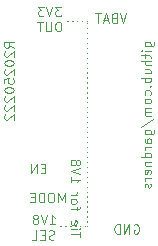
<source format=gbo>
G04 #@! TF.GenerationSoftware,KiCad,Pcbnew,9.0.1+1*
G04 #@! TF.CreationDate,2025-11-11T14:39:50+00:00*
G04 #@! TF.ProjectId,megaphone-low-current-dc-dc-converter,6d656761-7068-46f6-9e65-2d6c6f772d63,0.2*
G04 #@! TF.SameCoordinates,Original*
G04 #@! TF.FileFunction,Legend,Bot*
G04 #@! TF.FilePolarity,Positive*
%FSLAX46Y46*%
G04 Gerber Fmt 4.6, Leading zero omitted, Abs format (unit mm)*
G04 Created by KiCad (PCBNEW 9.0.1+1) date 2025-11-11 14:39:50*
%MOMM*%
%LPD*%
G01*
G04 APERTURE LIST*
%ADD10C,0.100000*%
%ADD11R,2.540000X2.000000*%
G04 APERTURE END LIST*
D10*
X118491000Y-84328000D02*
X118511000Y-84328000D01*
X118911000Y-84328000D02*
X118931000Y-84328000D01*
X119331000Y-84328000D02*
X119351000Y-84328000D01*
X119751000Y-84328000D02*
X119771000Y-84328000D01*
X120171000Y-84328000D02*
X120191000Y-84328000D01*
X120591000Y-84328000D02*
X120611000Y-84328000D01*
X120777000Y-84328000D02*
X120777000Y-84308000D01*
X120777000Y-83908000D02*
X120777000Y-83888000D01*
X120777000Y-83488000D02*
X120777000Y-83468000D01*
X120777000Y-83068000D02*
X120777000Y-83048000D01*
X120777000Y-82648000D02*
X120777000Y-82628000D01*
X120777000Y-82228000D02*
X120777000Y-82208000D01*
X120777000Y-81808000D02*
X120777000Y-81788000D01*
X120777000Y-81388000D02*
X120777000Y-81368000D01*
X120777000Y-80968000D02*
X120777000Y-80948000D01*
X120777000Y-80548000D02*
X120777000Y-80528000D01*
X120777000Y-80128000D02*
X120777000Y-80108000D01*
X120777000Y-79708000D02*
X120777000Y-79688000D01*
X120777000Y-79288000D02*
X120777000Y-79268000D01*
X120777000Y-78868000D02*
X120777000Y-78848000D01*
X120777000Y-78448000D02*
X120777000Y-78428000D01*
X120777000Y-78028000D02*
X120777000Y-78008000D01*
X120777000Y-77608000D02*
X120777000Y-77588000D01*
X120777000Y-77188000D02*
X120777000Y-77168000D01*
X120777000Y-76768000D02*
X120777000Y-76748000D01*
X120777000Y-76348000D02*
X120777000Y-76328000D01*
X120777000Y-75928000D02*
X120777000Y-75908000D01*
X120777000Y-75508000D02*
X120777000Y-75488000D01*
X120777000Y-75088000D02*
X120777000Y-75068000D01*
X120777000Y-74668000D02*
X120777000Y-74648000D01*
X120777000Y-74248000D02*
X120777000Y-74228000D01*
X120777000Y-73828000D02*
X120777000Y-73808000D01*
X120777000Y-73408000D02*
X120777000Y-73388000D01*
X120777000Y-72988000D02*
X120777000Y-72968000D01*
X120777000Y-72568000D02*
X120777000Y-72548000D01*
X120777000Y-72148000D02*
X120777000Y-72128000D01*
X120777000Y-71728000D02*
X120777000Y-71708000D01*
X120777000Y-71308000D02*
X120777000Y-71288000D01*
X120777000Y-70888000D02*
X120777000Y-70868000D01*
X120777000Y-70468000D02*
X120777000Y-70448000D01*
X120777000Y-70048000D02*
X120777000Y-70028000D01*
X120777000Y-69628000D02*
X120777000Y-69608000D01*
X120777000Y-69208000D02*
X120777000Y-69188000D01*
X120777000Y-68788000D02*
X120777000Y-68768000D01*
X120777000Y-68368000D02*
X120777000Y-68348000D01*
X120777000Y-67948000D02*
X120777000Y-67928000D01*
X120777000Y-67528000D02*
X120777000Y-67508000D01*
X120777000Y-67108000D02*
X120777000Y-67088000D01*
X120777000Y-66929000D02*
X120757000Y-66929000D01*
X120357000Y-66929000D02*
X120337000Y-66929000D01*
X119937000Y-66929000D02*
X119917000Y-66929000D01*
X119517000Y-66929000D02*
X119497000Y-66929000D01*
X119097000Y-66929000D02*
X119077000Y-66929000D01*
X124080950Y-66290695D02*
X123814283Y-67090695D01*
X123814283Y-67090695D02*
X123547617Y-66290695D01*
X123014284Y-66671647D02*
X122899998Y-66709742D01*
X122899998Y-66709742D02*
X122861903Y-66747838D01*
X122861903Y-66747838D02*
X122823807Y-66824028D01*
X122823807Y-66824028D02*
X122823807Y-66938314D01*
X122823807Y-66938314D02*
X122861903Y-67014504D01*
X122861903Y-67014504D02*
X122899998Y-67052600D01*
X122899998Y-67052600D02*
X122976188Y-67090695D01*
X122976188Y-67090695D02*
X123280950Y-67090695D01*
X123280950Y-67090695D02*
X123280950Y-66290695D01*
X123280950Y-66290695D02*
X123014284Y-66290695D01*
X123014284Y-66290695D02*
X122938093Y-66328790D01*
X122938093Y-66328790D02*
X122899998Y-66366885D01*
X122899998Y-66366885D02*
X122861903Y-66443076D01*
X122861903Y-66443076D02*
X122861903Y-66519266D01*
X122861903Y-66519266D02*
X122899998Y-66595457D01*
X122899998Y-66595457D02*
X122938093Y-66633552D01*
X122938093Y-66633552D02*
X123014284Y-66671647D01*
X123014284Y-66671647D02*
X123280950Y-66671647D01*
X122519046Y-66862123D02*
X122138093Y-66862123D01*
X122595236Y-67090695D02*
X122328569Y-66290695D01*
X122328569Y-66290695D02*
X122061903Y-67090695D01*
X121909522Y-66290695D02*
X121452379Y-66290695D01*
X121680951Y-67090695D02*
X121680951Y-66290695D01*
X117590789Y-84145918D02*
X118047932Y-84145918D01*
X117819360Y-84145918D02*
X117819360Y-83345918D01*
X117819360Y-83345918D02*
X117895551Y-83460203D01*
X117895551Y-83460203D02*
X117971741Y-83536394D01*
X117971741Y-83536394D02*
X118047932Y-83574489D01*
X117362217Y-83345918D02*
X117095550Y-84145918D01*
X117095550Y-84145918D02*
X116828884Y-83345918D01*
X116447932Y-83688775D02*
X116524122Y-83650680D01*
X116524122Y-83650680D02*
X116562217Y-83612584D01*
X116562217Y-83612584D02*
X116600313Y-83536394D01*
X116600313Y-83536394D02*
X116600313Y-83498299D01*
X116600313Y-83498299D02*
X116562217Y-83422108D01*
X116562217Y-83422108D02*
X116524122Y-83384013D01*
X116524122Y-83384013D02*
X116447932Y-83345918D01*
X116447932Y-83345918D02*
X116295551Y-83345918D01*
X116295551Y-83345918D02*
X116219360Y-83384013D01*
X116219360Y-83384013D02*
X116181265Y-83422108D01*
X116181265Y-83422108D02*
X116143170Y-83498299D01*
X116143170Y-83498299D02*
X116143170Y-83536394D01*
X116143170Y-83536394D02*
X116181265Y-83612584D01*
X116181265Y-83612584D02*
X116219360Y-83650680D01*
X116219360Y-83650680D02*
X116295551Y-83688775D01*
X116295551Y-83688775D02*
X116447932Y-83688775D01*
X116447932Y-83688775D02*
X116524122Y-83726870D01*
X116524122Y-83726870D02*
X116562217Y-83764965D01*
X116562217Y-83764965D02*
X116600313Y-83841156D01*
X116600313Y-83841156D02*
X116600313Y-83993537D01*
X116600313Y-83993537D02*
X116562217Y-84069727D01*
X116562217Y-84069727D02*
X116524122Y-84107823D01*
X116524122Y-84107823D02*
X116447932Y-84145918D01*
X116447932Y-84145918D02*
X116295551Y-84145918D01*
X116295551Y-84145918D02*
X116219360Y-84107823D01*
X116219360Y-84107823D02*
X116181265Y-84069727D01*
X116181265Y-84069727D02*
X116143170Y-83993537D01*
X116143170Y-83993537D02*
X116143170Y-83841156D01*
X116143170Y-83841156D02*
X116181265Y-83764965D01*
X116181265Y-83764965D02*
X116219360Y-83726870D01*
X116219360Y-83726870D02*
X116295551Y-83688775D01*
X117971742Y-85395778D02*
X117857456Y-85433873D01*
X117857456Y-85433873D02*
X117666980Y-85433873D01*
X117666980Y-85433873D02*
X117590789Y-85395778D01*
X117590789Y-85395778D02*
X117552694Y-85357682D01*
X117552694Y-85357682D02*
X117514599Y-85281492D01*
X117514599Y-85281492D02*
X117514599Y-85205301D01*
X117514599Y-85205301D02*
X117552694Y-85129111D01*
X117552694Y-85129111D02*
X117590789Y-85091016D01*
X117590789Y-85091016D02*
X117666980Y-85052920D01*
X117666980Y-85052920D02*
X117819361Y-85014825D01*
X117819361Y-85014825D02*
X117895551Y-84976730D01*
X117895551Y-84976730D02*
X117933646Y-84938635D01*
X117933646Y-84938635D02*
X117971742Y-84862444D01*
X117971742Y-84862444D02*
X117971742Y-84786254D01*
X117971742Y-84786254D02*
X117933646Y-84710063D01*
X117933646Y-84710063D02*
X117895551Y-84671968D01*
X117895551Y-84671968D02*
X117819361Y-84633873D01*
X117819361Y-84633873D02*
X117628884Y-84633873D01*
X117628884Y-84633873D02*
X117514599Y-84671968D01*
X117171741Y-85014825D02*
X116905075Y-85014825D01*
X116790789Y-85433873D02*
X117171741Y-85433873D01*
X117171741Y-85433873D02*
X117171741Y-84633873D01*
X117171741Y-84633873D02*
X116790789Y-84633873D01*
X116066979Y-85433873D02*
X116447931Y-85433873D01*
X116447931Y-85433873D02*
X116447931Y-84633873D01*
X124719360Y-84177990D02*
X124795550Y-84139895D01*
X124795550Y-84139895D02*
X124909836Y-84139895D01*
X124909836Y-84139895D02*
X125024122Y-84177990D01*
X125024122Y-84177990D02*
X125100312Y-84254180D01*
X125100312Y-84254180D02*
X125138407Y-84330371D01*
X125138407Y-84330371D02*
X125176503Y-84482752D01*
X125176503Y-84482752D02*
X125176503Y-84597038D01*
X125176503Y-84597038D02*
X125138407Y-84749419D01*
X125138407Y-84749419D02*
X125100312Y-84825609D01*
X125100312Y-84825609D02*
X125024122Y-84901800D01*
X125024122Y-84901800D02*
X124909836Y-84939895D01*
X124909836Y-84939895D02*
X124833645Y-84939895D01*
X124833645Y-84939895D02*
X124719360Y-84901800D01*
X124719360Y-84901800D02*
X124681264Y-84863704D01*
X124681264Y-84863704D02*
X124681264Y-84597038D01*
X124681264Y-84597038D02*
X124833645Y-84597038D01*
X124338407Y-84939895D02*
X124338407Y-84139895D01*
X124338407Y-84139895D02*
X123881264Y-84939895D01*
X123881264Y-84939895D02*
X123881264Y-84139895D01*
X123500312Y-84939895D02*
X123500312Y-84139895D01*
X123500312Y-84139895D02*
X123309836Y-84139895D01*
X123309836Y-84139895D02*
X123195550Y-84177990D01*
X123195550Y-84177990D02*
X123119360Y-84254180D01*
X123119360Y-84254180D02*
X123081265Y-84330371D01*
X123081265Y-84330371D02*
X123043169Y-84482752D01*
X123043169Y-84482752D02*
X123043169Y-84597038D01*
X123043169Y-84597038D02*
X123081265Y-84749419D01*
X123081265Y-84749419D02*
X123119360Y-84825609D01*
X123119360Y-84825609D02*
X123195550Y-84901800D01*
X123195550Y-84901800D02*
X123309836Y-84939895D01*
X123309836Y-84939895D02*
X123500312Y-84939895D01*
X114546895Y-69188408D02*
X114165942Y-68921741D01*
X114546895Y-68731265D02*
X113746895Y-68731265D01*
X113746895Y-68731265D02*
X113746895Y-69036027D01*
X113746895Y-69036027D02*
X113784990Y-69112217D01*
X113784990Y-69112217D02*
X113823085Y-69150312D01*
X113823085Y-69150312D02*
X113899276Y-69188408D01*
X113899276Y-69188408D02*
X114013561Y-69188408D01*
X114013561Y-69188408D02*
X114089752Y-69150312D01*
X114089752Y-69150312D02*
X114127847Y-69112217D01*
X114127847Y-69112217D02*
X114165942Y-69036027D01*
X114165942Y-69036027D02*
X114165942Y-68731265D01*
X113823085Y-69493169D02*
X113784990Y-69531265D01*
X113784990Y-69531265D02*
X113746895Y-69607455D01*
X113746895Y-69607455D02*
X113746895Y-69797931D01*
X113746895Y-69797931D02*
X113784990Y-69874122D01*
X113784990Y-69874122D02*
X113823085Y-69912217D01*
X113823085Y-69912217D02*
X113899276Y-69950312D01*
X113899276Y-69950312D02*
X113975466Y-69950312D01*
X113975466Y-69950312D02*
X114089752Y-69912217D01*
X114089752Y-69912217D02*
X114546895Y-69455074D01*
X114546895Y-69455074D02*
X114546895Y-69950312D01*
X113746895Y-70445551D02*
X113746895Y-70521741D01*
X113746895Y-70521741D02*
X113784990Y-70597932D01*
X113784990Y-70597932D02*
X113823085Y-70636027D01*
X113823085Y-70636027D02*
X113899276Y-70674122D01*
X113899276Y-70674122D02*
X114051657Y-70712217D01*
X114051657Y-70712217D02*
X114242133Y-70712217D01*
X114242133Y-70712217D02*
X114394514Y-70674122D01*
X114394514Y-70674122D02*
X114470704Y-70636027D01*
X114470704Y-70636027D02*
X114508800Y-70597932D01*
X114508800Y-70597932D02*
X114546895Y-70521741D01*
X114546895Y-70521741D02*
X114546895Y-70445551D01*
X114546895Y-70445551D02*
X114508800Y-70369360D01*
X114508800Y-70369360D02*
X114470704Y-70331265D01*
X114470704Y-70331265D02*
X114394514Y-70293170D01*
X114394514Y-70293170D02*
X114242133Y-70255074D01*
X114242133Y-70255074D02*
X114051657Y-70255074D01*
X114051657Y-70255074D02*
X113899276Y-70293170D01*
X113899276Y-70293170D02*
X113823085Y-70331265D01*
X113823085Y-70331265D02*
X113784990Y-70369360D01*
X113784990Y-70369360D02*
X113746895Y-70445551D01*
X113823085Y-71016979D02*
X113784990Y-71055075D01*
X113784990Y-71055075D02*
X113746895Y-71131265D01*
X113746895Y-71131265D02*
X113746895Y-71321741D01*
X113746895Y-71321741D02*
X113784990Y-71397932D01*
X113784990Y-71397932D02*
X113823085Y-71436027D01*
X113823085Y-71436027D02*
X113899276Y-71474122D01*
X113899276Y-71474122D02*
X113975466Y-71474122D01*
X113975466Y-71474122D02*
X114089752Y-71436027D01*
X114089752Y-71436027D02*
X114546895Y-70978884D01*
X114546895Y-70978884D02*
X114546895Y-71474122D01*
X113746895Y-72197932D02*
X113746895Y-71816980D01*
X113746895Y-71816980D02*
X114127847Y-71778884D01*
X114127847Y-71778884D02*
X114089752Y-71816980D01*
X114089752Y-71816980D02*
X114051657Y-71893170D01*
X114051657Y-71893170D02*
X114051657Y-72083646D01*
X114051657Y-72083646D02*
X114089752Y-72159837D01*
X114089752Y-72159837D02*
X114127847Y-72197932D01*
X114127847Y-72197932D02*
X114204038Y-72236027D01*
X114204038Y-72236027D02*
X114394514Y-72236027D01*
X114394514Y-72236027D02*
X114470704Y-72197932D01*
X114470704Y-72197932D02*
X114508800Y-72159837D01*
X114508800Y-72159837D02*
X114546895Y-72083646D01*
X114546895Y-72083646D02*
X114546895Y-71893170D01*
X114546895Y-71893170D02*
X114508800Y-71816980D01*
X114508800Y-71816980D02*
X114470704Y-71778884D01*
X113746895Y-72731266D02*
X113746895Y-72807456D01*
X113746895Y-72807456D02*
X113784990Y-72883647D01*
X113784990Y-72883647D02*
X113823085Y-72921742D01*
X113823085Y-72921742D02*
X113899276Y-72959837D01*
X113899276Y-72959837D02*
X114051657Y-72997932D01*
X114051657Y-72997932D02*
X114242133Y-72997932D01*
X114242133Y-72997932D02*
X114394514Y-72959837D01*
X114394514Y-72959837D02*
X114470704Y-72921742D01*
X114470704Y-72921742D02*
X114508800Y-72883647D01*
X114508800Y-72883647D02*
X114546895Y-72807456D01*
X114546895Y-72807456D02*
X114546895Y-72731266D01*
X114546895Y-72731266D02*
X114508800Y-72655075D01*
X114508800Y-72655075D02*
X114470704Y-72616980D01*
X114470704Y-72616980D02*
X114394514Y-72578885D01*
X114394514Y-72578885D02*
X114242133Y-72540789D01*
X114242133Y-72540789D02*
X114051657Y-72540789D01*
X114051657Y-72540789D02*
X113899276Y-72578885D01*
X113899276Y-72578885D02*
X113823085Y-72616980D01*
X113823085Y-72616980D02*
X113784990Y-72655075D01*
X113784990Y-72655075D02*
X113746895Y-72731266D01*
X113823085Y-73302694D02*
X113784990Y-73340790D01*
X113784990Y-73340790D02*
X113746895Y-73416980D01*
X113746895Y-73416980D02*
X113746895Y-73607456D01*
X113746895Y-73607456D02*
X113784990Y-73683647D01*
X113784990Y-73683647D02*
X113823085Y-73721742D01*
X113823085Y-73721742D02*
X113899276Y-73759837D01*
X113899276Y-73759837D02*
X113975466Y-73759837D01*
X113975466Y-73759837D02*
X114089752Y-73721742D01*
X114089752Y-73721742D02*
X114546895Y-73264599D01*
X114546895Y-73264599D02*
X114546895Y-73759837D01*
X113823085Y-74064599D02*
X113784990Y-74102695D01*
X113784990Y-74102695D02*
X113746895Y-74178885D01*
X113746895Y-74178885D02*
X113746895Y-74369361D01*
X113746895Y-74369361D02*
X113784990Y-74445552D01*
X113784990Y-74445552D02*
X113823085Y-74483647D01*
X113823085Y-74483647D02*
X113899276Y-74521742D01*
X113899276Y-74521742D02*
X113975466Y-74521742D01*
X113975466Y-74521742D02*
X114089752Y-74483647D01*
X114089752Y-74483647D02*
X114546895Y-74026504D01*
X114546895Y-74026504D02*
X114546895Y-74521742D01*
X113823085Y-74826504D02*
X113784990Y-74864600D01*
X113784990Y-74864600D02*
X113746895Y-74940790D01*
X113746895Y-74940790D02*
X113746895Y-75131266D01*
X113746895Y-75131266D02*
X113784990Y-75207457D01*
X113784990Y-75207457D02*
X113823085Y-75245552D01*
X113823085Y-75245552D02*
X113899276Y-75283647D01*
X113899276Y-75283647D02*
X113975466Y-75283647D01*
X113975466Y-75283647D02*
X114089752Y-75245552D01*
X114089752Y-75245552D02*
X114546895Y-74788409D01*
X114546895Y-74788409D02*
X114546895Y-75283647D01*
X117212217Y-79395847D02*
X116945551Y-79395847D01*
X116831265Y-79814895D02*
X117212217Y-79814895D01*
X117212217Y-79814895D02*
X117212217Y-79014895D01*
X117212217Y-79014895D02*
X116831265Y-79014895D01*
X116488407Y-79814895D02*
X116488407Y-79014895D01*
X116488407Y-79014895D02*
X116031264Y-79814895D01*
X116031264Y-79814895D02*
X116031264Y-79014895D01*
X120153104Y-85233020D02*
X120153104Y-84775877D01*
X119353104Y-85004449D02*
X120153104Y-85004449D01*
X119353104Y-84509210D02*
X119886438Y-84509210D01*
X120153104Y-84509210D02*
X120115009Y-84547306D01*
X120115009Y-84547306D02*
X120076914Y-84509210D01*
X120076914Y-84509210D02*
X120115009Y-84471115D01*
X120115009Y-84471115D02*
X120153104Y-84509210D01*
X120153104Y-84509210D02*
X120076914Y-84509210D01*
X119391200Y-83823496D02*
X119353104Y-83899687D01*
X119353104Y-83899687D02*
X119353104Y-84052068D01*
X119353104Y-84052068D02*
X119391200Y-84128258D01*
X119391200Y-84128258D02*
X119467390Y-84166354D01*
X119467390Y-84166354D02*
X119772152Y-84166354D01*
X119772152Y-84166354D02*
X119848342Y-84128258D01*
X119848342Y-84128258D02*
X119886438Y-84052068D01*
X119886438Y-84052068D02*
X119886438Y-83899687D01*
X119886438Y-83899687D02*
X119848342Y-83823496D01*
X119848342Y-83823496D02*
X119772152Y-83785401D01*
X119772152Y-83785401D02*
X119695961Y-83785401D01*
X119695961Y-83785401D02*
X119619771Y-84166354D01*
X119886438Y-82947306D02*
X119886438Y-82642544D01*
X119353104Y-82833020D02*
X120038819Y-82833020D01*
X120038819Y-82833020D02*
X120115009Y-82794925D01*
X120115009Y-82794925D02*
X120153104Y-82718735D01*
X120153104Y-82718735D02*
X120153104Y-82642544D01*
X119353104Y-82261592D02*
X119391200Y-82337782D01*
X119391200Y-82337782D02*
X119429295Y-82375877D01*
X119429295Y-82375877D02*
X119505485Y-82413973D01*
X119505485Y-82413973D02*
X119734057Y-82413973D01*
X119734057Y-82413973D02*
X119810247Y-82375877D01*
X119810247Y-82375877D02*
X119848342Y-82337782D01*
X119848342Y-82337782D02*
X119886438Y-82261592D01*
X119886438Y-82261592D02*
X119886438Y-82147306D01*
X119886438Y-82147306D02*
X119848342Y-82071115D01*
X119848342Y-82071115D02*
X119810247Y-82033020D01*
X119810247Y-82033020D02*
X119734057Y-81994925D01*
X119734057Y-81994925D02*
X119505485Y-81994925D01*
X119505485Y-81994925D02*
X119429295Y-82033020D01*
X119429295Y-82033020D02*
X119391200Y-82071115D01*
X119391200Y-82071115D02*
X119353104Y-82147306D01*
X119353104Y-82147306D02*
X119353104Y-82261592D01*
X119353104Y-81652067D02*
X119886438Y-81652067D01*
X119734057Y-81652067D02*
X119810247Y-81613972D01*
X119810247Y-81613972D02*
X119848342Y-81575877D01*
X119848342Y-81575877D02*
X119886438Y-81499686D01*
X119886438Y-81499686D02*
X119886438Y-81423496D01*
X119353104Y-80128258D02*
X119353104Y-80585401D01*
X119353104Y-80356829D02*
X120153104Y-80356829D01*
X120153104Y-80356829D02*
X120038819Y-80433020D01*
X120038819Y-80433020D02*
X119962628Y-80509210D01*
X119962628Y-80509210D02*
X119924533Y-80585401D01*
X120153104Y-79899686D02*
X119353104Y-79633019D01*
X119353104Y-79633019D02*
X120153104Y-79366353D01*
X119810247Y-78985401D02*
X119848342Y-79061591D01*
X119848342Y-79061591D02*
X119886438Y-79099686D01*
X119886438Y-79099686D02*
X119962628Y-79137782D01*
X119962628Y-79137782D02*
X120000723Y-79137782D01*
X120000723Y-79137782D02*
X120076914Y-79099686D01*
X120076914Y-79099686D02*
X120115009Y-79061591D01*
X120115009Y-79061591D02*
X120153104Y-78985401D01*
X120153104Y-78985401D02*
X120153104Y-78833020D01*
X120153104Y-78833020D02*
X120115009Y-78756829D01*
X120115009Y-78756829D02*
X120076914Y-78718734D01*
X120076914Y-78718734D02*
X120000723Y-78680639D01*
X120000723Y-78680639D02*
X119962628Y-78680639D01*
X119962628Y-78680639D02*
X119886438Y-78718734D01*
X119886438Y-78718734D02*
X119848342Y-78756829D01*
X119848342Y-78756829D02*
X119810247Y-78833020D01*
X119810247Y-78833020D02*
X119810247Y-78985401D01*
X119810247Y-78985401D02*
X119772152Y-79061591D01*
X119772152Y-79061591D02*
X119734057Y-79099686D01*
X119734057Y-79099686D02*
X119657866Y-79137782D01*
X119657866Y-79137782D02*
X119505485Y-79137782D01*
X119505485Y-79137782D02*
X119429295Y-79099686D01*
X119429295Y-79099686D02*
X119391200Y-79061591D01*
X119391200Y-79061591D02*
X119353104Y-78985401D01*
X119353104Y-78985401D02*
X119353104Y-78833020D01*
X119353104Y-78833020D02*
X119391200Y-78756829D01*
X119391200Y-78756829D02*
X119429295Y-78718734D01*
X119429295Y-78718734D02*
X119505485Y-78680639D01*
X119505485Y-78680639D02*
X119657866Y-78680639D01*
X119657866Y-78680639D02*
X119734057Y-78718734D01*
X119734057Y-78718734D02*
X119772152Y-78756829D01*
X119772152Y-78756829D02*
X119810247Y-78833020D01*
X125613561Y-69074122D02*
X126261180Y-69074122D01*
X126261180Y-69074122D02*
X126337371Y-69036027D01*
X126337371Y-69036027D02*
X126375466Y-68997931D01*
X126375466Y-68997931D02*
X126413561Y-68921741D01*
X126413561Y-68921741D02*
X126413561Y-68807455D01*
X126413561Y-68807455D02*
X126375466Y-68731265D01*
X126108800Y-69074122D02*
X126146895Y-68997931D01*
X126146895Y-68997931D02*
X126146895Y-68845550D01*
X126146895Y-68845550D02*
X126108800Y-68769360D01*
X126108800Y-68769360D02*
X126070704Y-68731265D01*
X126070704Y-68731265D02*
X125994514Y-68693169D01*
X125994514Y-68693169D02*
X125765942Y-68693169D01*
X125765942Y-68693169D02*
X125689752Y-68731265D01*
X125689752Y-68731265D02*
X125651657Y-68769360D01*
X125651657Y-68769360D02*
X125613561Y-68845550D01*
X125613561Y-68845550D02*
X125613561Y-68997931D01*
X125613561Y-68997931D02*
X125651657Y-69074122D01*
X126146895Y-69455075D02*
X125613561Y-69455075D01*
X125346895Y-69455075D02*
X125384990Y-69416979D01*
X125384990Y-69416979D02*
X125423085Y-69455075D01*
X125423085Y-69455075D02*
X125384990Y-69493170D01*
X125384990Y-69493170D02*
X125346895Y-69455075D01*
X125346895Y-69455075D02*
X125423085Y-69455075D01*
X125613561Y-69721741D02*
X125613561Y-70026503D01*
X125346895Y-69836027D02*
X126032609Y-69836027D01*
X126032609Y-69836027D02*
X126108800Y-69874122D01*
X126108800Y-69874122D02*
X126146895Y-69950312D01*
X126146895Y-69950312D02*
X126146895Y-70026503D01*
X126146895Y-70293170D02*
X125346895Y-70293170D01*
X126146895Y-70636027D02*
X125727847Y-70636027D01*
X125727847Y-70636027D02*
X125651657Y-70597932D01*
X125651657Y-70597932D02*
X125613561Y-70521741D01*
X125613561Y-70521741D02*
X125613561Y-70407455D01*
X125613561Y-70407455D02*
X125651657Y-70331265D01*
X125651657Y-70331265D02*
X125689752Y-70293170D01*
X125613561Y-71359837D02*
X126146895Y-71359837D01*
X125613561Y-71016980D02*
X126032609Y-71016980D01*
X126032609Y-71016980D02*
X126108800Y-71055075D01*
X126108800Y-71055075D02*
X126146895Y-71131265D01*
X126146895Y-71131265D02*
X126146895Y-71245551D01*
X126146895Y-71245551D02*
X126108800Y-71321742D01*
X126108800Y-71321742D02*
X126070704Y-71359837D01*
X126146895Y-71740790D02*
X125346895Y-71740790D01*
X125651657Y-71740790D02*
X125613561Y-71816980D01*
X125613561Y-71816980D02*
X125613561Y-71969361D01*
X125613561Y-71969361D02*
X125651657Y-72045552D01*
X125651657Y-72045552D02*
X125689752Y-72083647D01*
X125689752Y-72083647D02*
X125765942Y-72121742D01*
X125765942Y-72121742D02*
X125994514Y-72121742D01*
X125994514Y-72121742D02*
X126070704Y-72083647D01*
X126070704Y-72083647D02*
X126108800Y-72045552D01*
X126108800Y-72045552D02*
X126146895Y-71969361D01*
X126146895Y-71969361D02*
X126146895Y-71816980D01*
X126146895Y-71816980D02*
X126108800Y-71740790D01*
X126070704Y-72464600D02*
X126108800Y-72502695D01*
X126108800Y-72502695D02*
X126146895Y-72464600D01*
X126146895Y-72464600D02*
X126108800Y-72426504D01*
X126108800Y-72426504D02*
X126070704Y-72464600D01*
X126070704Y-72464600D02*
X126146895Y-72464600D01*
X126108800Y-73188409D02*
X126146895Y-73112218D01*
X126146895Y-73112218D02*
X126146895Y-72959837D01*
X126146895Y-72959837D02*
X126108800Y-72883647D01*
X126108800Y-72883647D02*
X126070704Y-72845552D01*
X126070704Y-72845552D02*
X125994514Y-72807456D01*
X125994514Y-72807456D02*
X125765942Y-72807456D01*
X125765942Y-72807456D02*
X125689752Y-72845552D01*
X125689752Y-72845552D02*
X125651657Y-72883647D01*
X125651657Y-72883647D02*
X125613561Y-72959837D01*
X125613561Y-72959837D02*
X125613561Y-73112218D01*
X125613561Y-73112218D02*
X125651657Y-73188409D01*
X126146895Y-73645551D02*
X126108800Y-73569361D01*
X126108800Y-73569361D02*
X126070704Y-73531266D01*
X126070704Y-73531266D02*
X125994514Y-73493170D01*
X125994514Y-73493170D02*
X125765942Y-73493170D01*
X125765942Y-73493170D02*
X125689752Y-73531266D01*
X125689752Y-73531266D02*
X125651657Y-73569361D01*
X125651657Y-73569361D02*
X125613561Y-73645551D01*
X125613561Y-73645551D02*
X125613561Y-73759837D01*
X125613561Y-73759837D02*
X125651657Y-73836028D01*
X125651657Y-73836028D02*
X125689752Y-73874123D01*
X125689752Y-73874123D02*
X125765942Y-73912218D01*
X125765942Y-73912218D02*
X125994514Y-73912218D01*
X125994514Y-73912218D02*
X126070704Y-73874123D01*
X126070704Y-73874123D02*
X126108800Y-73836028D01*
X126108800Y-73836028D02*
X126146895Y-73759837D01*
X126146895Y-73759837D02*
X126146895Y-73645551D01*
X126146895Y-74255076D02*
X125613561Y-74255076D01*
X125689752Y-74255076D02*
X125651657Y-74293171D01*
X125651657Y-74293171D02*
X125613561Y-74369361D01*
X125613561Y-74369361D02*
X125613561Y-74483647D01*
X125613561Y-74483647D02*
X125651657Y-74559838D01*
X125651657Y-74559838D02*
X125727847Y-74597933D01*
X125727847Y-74597933D02*
X126146895Y-74597933D01*
X125727847Y-74597933D02*
X125651657Y-74636028D01*
X125651657Y-74636028D02*
X125613561Y-74712219D01*
X125613561Y-74712219D02*
X125613561Y-74826504D01*
X125613561Y-74826504D02*
X125651657Y-74902695D01*
X125651657Y-74902695D02*
X125727847Y-74940790D01*
X125727847Y-74940790D02*
X126146895Y-74940790D01*
X125308800Y-75893171D02*
X126337371Y-75207457D01*
X125613561Y-76502695D02*
X126261180Y-76502695D01*
X126261180Y-76502695D02*
X126337371Y-76464600D01*
X126337371Y-76464600D02*
X126375466Y-76426504D01*
X126375466Y-76426504D02*
X126413561Y-76350314D01*
X126413561Y-76350314D02*
X126413561Y-76236028D01*
X126413561Y-76236028D02*
X126375466Y-76159838D01*
X126108800Y-76502695D02*
X126146895Y-76426504D01*
X126146895Y-76426504D02*
X126146895Y-76274123D01*
X126146895Y-76274123D02*
X126108800Y-76197933D01*
X126108800Y-76197933D02*
X126070704Y-76159838D01*
X126070704Y-76159838D02*
X125994514Y-76121742D01*
X125994514Y-76121742D02*
X125765942Y-76121742D01*
X125765942Y-76121742D02*
X125689752Y-76159838D01*
X125689752Y-76159838D02*
X125651657Y-76197933D01*
X125651657Y-76197933D02*
X125613561Y-76274123D01*
X125613561Y-76274123D02*
X125613561Y-76426504D01*
X125613561Y-76426504D02*
X125651657Y-76502695D01*
X126146895Y-77226505D02*
X125727847Y-77226505D01*
X125727847Y-77226505D02*
X125651657Y-77188410D01*
X125651657Y-77188410D02*
X125613561Y-77112219D01*
X125613561Y-77112219D02*
X125613561Y-76959838D01*
X125613561Y-76959838D02*
X125651657Y-76883648D01*
X126108800Y-77226505D02*
X126146895Y-77150314D01*
X126146895Y-77150314D02*
X126146895Y-76959838D01*
X126146895Y-76959838D02*
X126108800Y-76883648D01*
X126108800Y-76883648D02*
X126032609Y-76845552D01*
X126032609Y-76845552D02*
X125956419Y-76845552D01*
X125956419Y-76845552D02*
X125880228Y-76883648D01*
X125880228Y-76883648D02*
X125842133Y-76959838D01*
X125842133Y-76959838D02*
X125842133Y-77150314D01*
X125842133Y-77150314D02*
X125804038Y-77226505D01*
X126146895Y-77607458D02*
X125613561Y-77607458D01*
X125765942Y-77607458D02*
X125689752Y-77645553D01*
X125689752Y-77645553D02*
X125651657Y-77683648D01*
X125651657Y-77683648D02*
X125613561Y-77759839D01*
X125613561Y-77759839D02*
X125613561Y-77836029D01*
X126146895Y-78445553D02*
X125346895Y-78445553D01*
X126108800Y-78445553D02*
X126146895Y-78369362D01*
X126146895Y-78369362D02*
X126146895Y-78216981D01*
X126146895Y-78216981D02*
X126108800Y-78140791D01*
X126108800Y-78140791D02*
X126070704Y-78102696D01*
X126070704Y-78102696D02*
X125994514Y-78064600D01*
X125994514Y-78064600D02*
X125765942Y-78064600D01*
X125765942Y-78064600D02*
X125689752Y-78102696D01*
X125689752Y-78102696D02*
X125651657Y-78140791D01*
X125651657Y-78140791D02*
X125613561Y-78216981D01*
X125613561Y-78216981D02*
X125613561Y-78369362D01*
X125613561Y-78369362D02*
X125651657Y-78445553D01*
X125613561Y-78826506D02*
X126146895Y-78826506D01*
X125689752Y-78826506D02*
X125651657Y-78864601D01*
X125651657Y-78864601D02*
X125613561Y-78940791D01*
X125613561Y-78940791D02*
X125613561Y-79055077D01*
X125613561Y-79055077D02*
X125651657Y-79131268D01*
X125651657Y-79131268D02*
X125727847Y-79169363D01*
X125727847Y-79169363D02*
X126146895Y-79169363D01*
X126108800Y-79855078D02*
X126146895Y-79778887D01*
X126146895Y-79778887D02*
X126146895Y-79626506D01*
X126146895Y-79626506D02*
X126108800Y-79550316D01*
X126108800Y-79550316D02*
X126032609Y-79512220D01*
X126032609Y-79512220D02*
X125727847Y-79512220D01*
X125727847Y-79512220D02*
X125651657Y-79550316D01*
X125651657Y-79550316D02*
X125613561Y-79626506D01*
X125613561Y-79626506D02*
X125613561Y-79778887D01*
X125613561Y-79778887D02*
X125651657Y-79855078D01*
X125651657Y-79855078D02*
X125727847Y-79893173D01*
X125727847Y-79893173D02*
X125804038Y-79893173D01*
X125804038Y-79893173D02*
X125880228Y-79512220D01*
X126146895Y-80236030D02*
X125613561Y-80236030D01*
X125765942Y-80236030D02*
X125689752Y-80274125D01*
X125689752Y-80274125D02*
X125651657Y-80312220D01*
X125651657Y-80312220D02*
X125613561Y-80388411D01*
X125613561Y-80388411D02*
X125613561Y-80464601D01*
X126108800Y-80693172D02*
X126146895Y-80769363D01*
X126146895Y-80769363D02*
X126146895Y-80921744D01*
X126146895Y-80921744D02*
X126108800Y-80997934D01*
X126108800Y-80997934D02*
X126032609Y-81036030D01*
X126032609Y-81036030D02*
X125994514Y-81036030D01*
X125994514Y-81036030D02*
X125918323Y-80997934D01*
X125918323Y-80997934D02*
X125880228Y-80921744D01*
X125880228Y-80921744D02*
X125880228Y-80807458D01*
X125880228Y-80807458D02*
X125842133Y-80731268D01*
X125842133Y-80731268D02*
X125765942Y-80693172D01*
X125765942Y-80693172D02*
X125727847Y-80693172D01*
X125727847Y-80693172D02*
X125651657Y-80731268D01*
X125651657Y-80731268D02*
X125613561Y-80807458D01*
X125613561Y-80807458D02*
X125613561Y-80921744D01*
X125613561Y-80921744D02*
X125651657Y-80997934D01*
X118543827Y-65722918D02*
X118048589Y-65722918D01*
X118048589Y-65722918D02*
X118315255Y-66027680D01*
X118315255Y-66027680D02*
X118200970Y-66027680D01*
X118200970Y-66027680D02*
X118124779Y-66065775D01*
X118124779Y-66065775D02*
X118086684Y-66103870D01*
X118086684Y-66103870D02*
X118048589Y-66180061D01*
X118048589Y-66180061D02*
X118048589Y-66370537D01*
X118048589Y-66370537D02*
X118086684Y-66446727D01*
X118086684Y-66446727D02*
X118124779Y-66484823D01*
X118124779Y-66484823D02*
X118200970Y-66522918D01*
X118200970Y-66522918D02*
X118429541Y-66522918D01*
X118429541Y-66522918D02*
X118505732Y-66484823D01*
X118505732Y-66484823D02*
X118543827Y-66446727D01*
X117820017Y-65722918D02*
X117553350Y-66522918D01*
X117553350Y-66522918D02*
X117286684Y-65722918D01*
X117096208Y-65722918D02*
X116600970Y-65722918D01*
X116600970Y-65722918D02*
X116867636Y-66027680D01*
X116867636Y-66027680D02*
X116753351Y-66027680D01*
X116753351Y-66027680D02*
X116677160Y-66065775D01*
X116677160Y-66065775D02*
X116639065Y-66103870D01*
X116639065Y-66103870D02*
X116600970Y-66180061D01*
X116600970Y-66180061D02*
X116600970Y-66370537D01*
X116600970Y-66370537D02*
X116639065Y-66446727D01*
X116639065Y-66446727D02*
X116677160Y-66484823D01*
X116677160Y-66484823D02*
X116753351Y-66522918D01*
X116753351Y-66522918D02*
X116981922Y-66522918D01*
X116981922Y-66522918D02*
X117058113Y-66484823D01*
X117058113Y-66484823D02*
X117096208Y-66446727D01*
X118391445Y-67010873D02*
X118239064Y-67010873D01*
X118239064Y-67010873D02*
X118162874Y-67048968D01*
X118162874Y-67048968D02*
X118086683Y-67125158D01*
X118086683Y-67125158D02*
X118048588Y-67277539D01*
X118048588Y-67277539D02*
X118048588Y-67544206D01*
X118048588Y-67544206D02*
X118086683Y-67696587D01*
X118086683Y-67696587D02*
X118162874Y-67772778D01*
X118162874Y-67772778D02*
X118239064Y-67810873D01*
X118239064Y-67810873D02*
X118391445Y-67810873D01*
X118391445Y-67810873D02*
X118467636Y-67772778D01*
X118467636Y-67772778D02*
X118543826Y-67696587D01*
X118543826Y-67696587D02*
X118581922Y-67544206D01*
X118581922Y-67544206D02*
X118581922Y-67277539D01*
X118581922Y-67277539D02*
X118543826Y-67125158D01*
X118543826Y-67125158D02*
X118467636Y-67048968D01*
X118467636Y-67048968D02*
X118391445Y-67010873D01*
X117705731Y-67010873D02*
X117705731Y-67658492D01*
X117705731Y-67658492D02*
X117667636Y-67734682D01*
X117667636Y-67734682D02*
X117629541Y-67772778D01*
X117629541Y-67772778D02*
X117553350Y-67810873D01*
X117553350Y-67810873D02*
X117400969Y-67810873D01*
X117400969Y-67810873D02*
X117324779Y-67772778D01*
X117324779Y-67772778D02*
X117286684Y-67734682D01*
X117286684Y-67734682D02*
X117248588Y-67658492D01*
X117248588Y-67658492D02*
X117248588Y-67010873D01*
X116981922Y-67010873D02*
X116524779Y-67010873D01*
X116753351Y-67810873D02*
X116753351Y-67010873D01*
X118851503Y-82289895D02*
X118851503Y-81489895D01*
X118851503Y-81489895D02*
X118584837Y-82061323D01*
X118584837Y-82061323D02*
X118318170Y-81489895D01*
X118318170Y-81489895D02*
X118318170Y-82289895D01*
X117784836Y-81489895D02*
X117632455Y-81489895D01*
X117632455Y-81489895D02*
X117556265Y-81527990D01*
X117556265Y-81527990D02*
X117480074Y-81604180D01*
X117480074Y-81604180D02*
X117441979Y-81756561D01*
X117441979Y-81756561D02*
X117441979Y-82023228D01*
X117441979Y-82023228D02*
X117480074Y-82175609D01*
X117480074Y-82175609D02*
X117556265Y-82251800D01*
X117556265Y-82251800D02*
X117632455Y-82289895D01*
X117632455Y-82289895D02*
X117784836Y-82289895D01*
X117784836Y-82289895D02*
X117861027Y-82251800D01*
X117861027Y-82251800D02*
X117937217Y-82175609D01*
X117937217Y-82175609D02*
X117975313Y-82023228D01*
X117975313Y-82023228D02*
X117975313Y-81756561D01*
X117975313Y-81756561D02*
X117937217Y-81604180D01*
X117937217Y-81604180D02*
X117861027Y-81527990D01*
X117861027Y-81527990D02*
X117784836Y-81489895D01*
X117099122Y-82289895D02*
X117099122Y-81489895D01*
X117099122Y-81489895D02*
X116908646Y-81489895D01*
X116908646Y-81489895D02*
X116794360Y-81527990D01*
X116794360Y-81527990D02*
X116718170Y-81604180D01*
X116718170Y-81604180D02*
X116680075Y-81680371D01*
X116680075Y-81680371D02*
X116641979Y-81832752D01*
X116641979Y-81832752D02*
X116641979Y-81947038D01*
X116641979Y-81947038D02*
X116680075Y-82099419D01*
X116680075Y-82099419D02*
X116718170Y-82175609D01*
X116718170Y-82175609D02*
X116794360Y-82251800D01*
X116794360Y-82251800D02*
X116908646Y-82289895D01*
X116908646Y-82289895D02*
X117099122Y-82289895D01*
X116299122Y-81870847D02*
X116032456Y-81870847D01*
X115918170Y-82289895D02*
X116299122Y-82289895D01*
X116299122Y-82289895D02*
X116299122Y-81489895D01*
X116299122Y-81489895D02*
X115918170Y-81489895D01*
%LPC*%
D11*
X127735000Y-66675000D03*
G36*
G01*
X125410000Y-67050000D02*
X125410000Y-66300000D01*
G75*
G02*
X125660000Y-66050000I250000J0D01*
G01*
X126410000Y-66050000D01*
G75*
G02*
X126660000Y-66300000I0J-250000D01*
G01*
X126660000Y-67050000D01*
G75*
G02*
X126410000Y-67300000I-250000J0D01*
G01*
X125660000Y-67300000D01*
G75*
G02*
X125410000Y-67050000I0J250000D01*
G01*
G37*
X127735000Y-84455000D03*
G36*
G01*
X125410000Y-84830000D02*
X125410000Y-84080000D01*
G75*
G02*
X125660000Y-83830000I250000J0D01*
G01*
X126410000Y-83830000D01*
G75*
G02*
X126660000Y-84080000I0J-250000D01*
G01*
X126660000Y-84830000D01*
G75*
G02*
X126410000Y-85080000I-250000J0D01*
G01*
X125660000Y-85080000D01*
G75*
G02*
X125410000Y-84830000I0J250000D01*
G01*
G37*
G36*
G01*
X113810000Y-67050000D02*
X113810000Y-66300000D01*
G75*
G02*
X114060000Y-66050000I250000J0D01*
G01*
X114810000Y-66050000D01*
G75*
G02*
X115060000Y-66300000I0J-250000D01*
G01*
X115060000Y-67050000D01*
G75*
G02*
X114810000Y-67300000I-250000J0D01*
G01*
X114060000Y-67300000D01*
G75*
G02*
X113810000Y-67050000I0J250000D01*
G01*
G37*
X112735000Y-66675000D03*
G36*
G01*
X113810000Y-79750000D02*
X113810000Y-79000000D01*
G75*
G02*
X114060000Y-78750000I250000J0D01*
G01*
X114810000Y-78750000D01*
G75*
G02*
X115060000Y-79000000I0J-250000D01*
G01*
X115060000Y-79750000D01*
G75*
G02*
X114810000Y-80000000I-250000J0D01*
G01*
X114060000Y-80000000D01*
G75*
G02*
X113810000Y-79750000I0J250000D01*
G01*
G37*
X112735000Y-79375000D03*
G36*
G01*
X113810000Y-82290000D02*
X113810000Y-81540000D01*
G75*
G02*
X114060000Y-81290000I250000J0D01*
G01*
X114810000Y-81290000D01*
G75*
G02*
X115060000Y-81540000I0J-250000D01*
G01*
X115060000Y-82290000D01*
G75*
G02*
X114810000Y-82540000I-250000J0D01*
G01*
X114060000Y-82540000D01*
G75*
G02*
X113810000Y-82290000I0J250000D01*
G01*
G37*
X112735000Y-81915000D03*
G36*
G01*
X113810000Y-84830000D02*
X113810000Y-84080000D01*
G75*
G02*
X114060000Y-83830000I250000J0D01*
G01*
X114810000Y-83830000D01*
G75*
G02*
X115060000Y-84080000I0J-250000D01*
G01*
X115060000Y-84830000D01*
G75*
G02*
X114810000Y-85080000I-250000J0D01*
G01*
X114060000Y-85080000D01*
G75*
G02*
X113810000Y-84830000I0J250000D01*
G01*
G37*
X112735000Y-84455000D03*
%LPD*%
M02*

</source>
